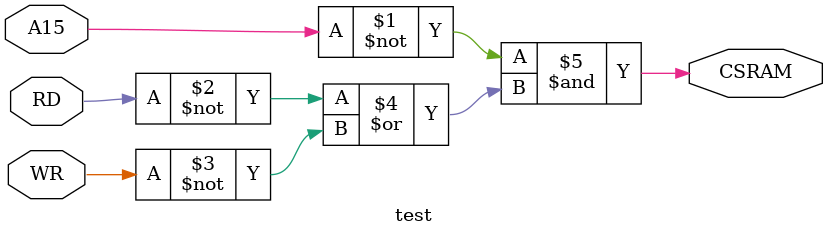
<source format=v>
module test (A15, RD, WR, CSRAM);
   input A15;
   input RD;
   input WR;
   output CSRAM;
   assign CSRAM = (~A15 & ( ~RD | ~WR ));
endmodule
  
</source>
